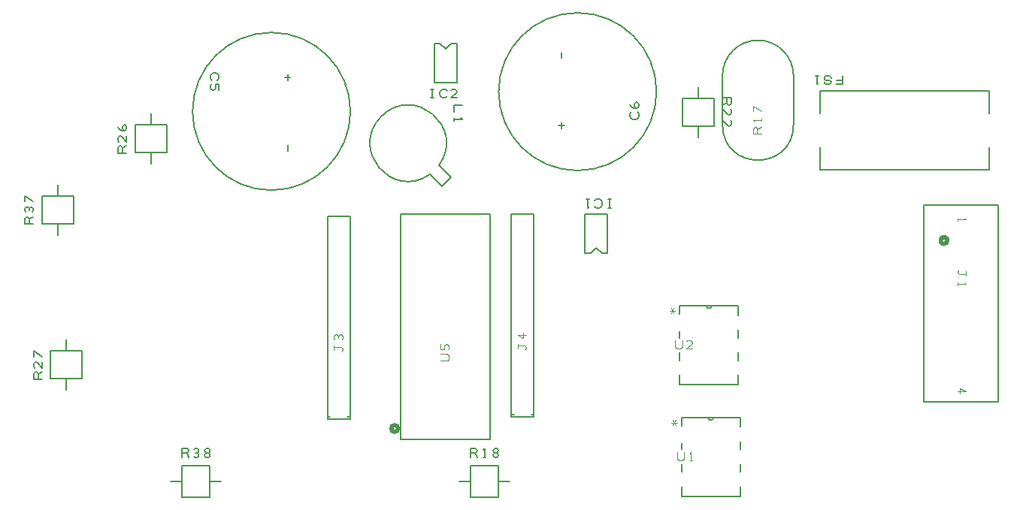
<source format=gbr>
%FSLAX35Y35*%
%MOIN*%
G04 EasyPC Gerber Version 18.0.8 Build 3632 *
%ADD80C,0.00300*%
%ADD77C,0.00500*%
%ADD79C,0.00600*%
%ADD81C,0.00800*%
%ADD78C,0.02000*%
X0Y0D02*
D02*
D77*
X5313Y143194D02*
X1563D01*
Y145382*
X1875Y146007*
X2500Y146320*
X3125Y146007*
X3437Y145382*
Y143194*
Y145382D02*
X5313Y146320D01*
X5000Y148507D02*
X5313Y149132D01*
Y149757*
X5000Y150382*
X4375Y150694*
X3750Y150382*
X3437Y149757*
Y149132*
Y149757D02*
X3125Y150382D01*
X2500Y150694*
X1875Y150382*
X1563Y149757*
Y149132*
X1875Y148507*
X5313Y153194D02*
X1563Y155694D01*
Y153194*
X9250Y74297D02*
X5500D01*
Y76484*
X5812Y77109*
X6437Y77422*
X7062Y77109*
X7374Y76484*
Y74297*
Y76484D02*
X9250Y77422D01*
Y81797D02*
Y79297D01*
X7062Y81484*
X6437Y81797*
X5812Y81484*
X5500Y80859*
Y79922*
X5812Y79297*
X9250Y84297D02*
X5500Y86797D01*
Y84297*
X46651Y174691D02*
X42901D01*
Y176878*
X43213Y177503*
X43839Y177816*
X44463Y177503*
X44776Y176878*
Y174691*
Y176878D02*
X46651Y177816D01*
Y182191D02*
Y179691D01*
X44463Y181878*
X43839Y182191*
X43213Y181878*
X42901Y181253*
Y180316*
X43213Y179691*
X45713Y184691D02*
X45089Y185003D01*
X44776Y185628*
Y186253*
X45089Y186878*
X45713Y187191*
X46339Y186878*
X46651Y186253*
Y185628*
X46339Y185003*
X45713Y184691*
X44776*
X43839Y185003*
X43213Y185628*
X42901Y186253*
X71163Y39691D02*
Y43441D01*
X73350*
X73976Y43129*
X74288Y42504*
X73976Y41879*
X73350Y41567*
X71163*
X73350D02*
X74288Y39691D01*
X76476Y40004D02*
X77100Y39691D01*
X77726*
X78350Y40004*
X78663Y40629*
X78350Y41254*
X77726Y41567*
X77100*
X77726D02*
X78350Y41879D01*
X78663Y42504*
X78350Y43129*
X77726Y43441*
X77100*
X76476Y43129*
X82100Y41567D02*
X82726D01*
X83350Y41879*
X83663Y42504*
X83350Y43129*
X82726Y43441*
X82100*
X81476Y43129*
X81163Y42504*
X81476Y41879*
X82100Y41567*
X81476Y41254*
X81163Y40629*
X81476Y40004*
X82100Y39691*
X82726*
X83350Y40004*
X83663Y40629*
X83350Y41254*
X82726Y41567*
X84458Y206999D02*
X84146Y207311D01*
X83833Y207937*
Y208874*
X84146Y209499*
X84458Y209811*
X85083Y210124*
X86333*
X86958Y209811*
X87271Y209499*
X87583Y208874*
Y207937*
X87271Y207311*
X86958Y206999*
X84146Y205124D02*
X83833Y204499D01*
Y203561*
X84146Y202937*
X84771Y202624*
X85083*
X85708Y202937*
X86021Y203561*
Y205124*
X87583*
Y202624*
X118083Y178124D02*
Y175624D01*
Y209374D02*
Y206874D01*
X116833Y208124D02*
X119333D01*
X145896Y193124D02*
G75*
G03X75896I-35000D01*
G01*
G75*
G03X145896I35000*
G01*
X181538Y199160D02*
X182788D01*
X182163D02*
Y202910D01*
X181538D02*
X182788D01*
X188726Y199785D02*
X188413Y199472D01*
X187788Y199160*
X186850*
X186226Y199472*
X185913Y199785*
X185600Y200410*
Y201660*
X185913Y202285*
X186226Y202598*
X186850Y202910*
X187788*
X188413Y202598*
X188726Y202285*
X193100Y199160D02*
X190600D01*
X192788Y201348*
X193100Y201972*
X192788Y202598*
X192163Y202910*
X191226*
X190600Y202598*
X183100Y205722D02*
Y223222D01*
X185600*
X188100Y220722*
X190600Y223222*
X193100*
Y205722*
X183100*
X185322Y169330D02*
G75*
G03X181186Y165194I-13797J9661D01*
G01*
X186489Y159891*
X190626Y164026*
X185322Y169330*
X195556Y195833D02*
X191806D01*
Y192707*
Y190207D02*
Y188957D01*
Y189583D02*
X195556D01*
X194931Y190207*
X199116Y39691D02*
Y43441D01*
X201303*
X201928Y43129*
X202241Y42504*
X201928Y41879*
X201303Y41567*
X199116*
X201303D02*
X202241Y39691D01*
X204741D02*
X205991D01*
X205366D02*
Y43441D01*
X204741Y42817*
X210053Y41567D02*
X210678D01*
X211303Y41879*
X211616Y42504*
X211303Y43129*
X210678Y43441*
X210053*
X209428Y43129*
X209116Y42504*
X209428Y41879*
X210053Y41567*
X209428Y41254*
X209116Y40629*
X209428Y40004*
X210053Y39691*
X210678*
X211303Y40004*
X211616Y40629*
X211303Y41254*
X210678Y41567*
X211644Y201864D02*
G75*
G03X281644I35000D01*
G01*
G75*
G03X211644I-35000*
G01*
X239456Y185614D02*
Y188114D01*
X240706Y186864D02*
X238206D01*
X239456Y216864D02*
Y219364D01*
X259951Y147533D02*
Y130033D01*
X257451*
X254951Y132533*
X252451Y130033*
X249951*
Y147533*
X259951*
X261513Y154096D02*
X260263D01*
X260888D02*
Y150346D01*
X261513D02*
X260263D01*
X254326Y153471D02*
X254638Y153783D01*
X255263Y154096*
X256201*
X256826Y153783*
X257138Y153471*
X257451Y152846*
Y151596*
X257138Y150971*
X256826Y150658*
X256201Y150346*
X255263*
X254638Y150658*
X254326Y150971*
X251826Y154096D02*
X250576D01*
X251201D02*
Y150346D01*
X251826Y150971*
X273081Y192745D02*
X273394Y192433D01*
X273706Y191807*
Y190870*
X273394Y190245*
X273081Y189933*
X272456Y189620*
X271206*
X270581Y189933*
X270269Y190245*
X269956Y190870*
Y191807*
X270269Y192433*
X270581Y192745*
X272769Y194620D02*
X272144Y194933D01*
X271831Y195557*
Y196183*
X272144Y196807*
X272769Y197120*
X273394Y196807*
X273706Y196183*
Y195557*
X273394Y194933*
X272769Y194620*
X271831*
X270894Y194933*
X270269Y195557*
X269956Y196183*
X310967Y199038D02*
X314717D01*
Y196850*
X314405Y196225*
X313780Y195913*
X313155Y196225*
X312842Y196850*
Y199038*
Y196850D02*
X310967Y195913D01*
Y191538D02*
Y194038D01*
X313155Y191850*
X313780Y191538*
X314405Y191850*
X314717Y192475*
Y193413*
X314405Y194038*
X310967Y186538D02*
Y189038D01*
X313155Y186850*
X313780Y186538*
X314405Y186850*
X314717Y187475*
Y188413*
X314405Y189038*
X364144Y208880D02*
Y205130D01*
X361019*
X361644Y207004D02*
X364144D01*
X359144Y207942D02*
X358831Y208567D01*
X358206Y208880*
X356956*
X356331Y208567*
X356019Y207942*
X356331Y207317*
X356956Y207004*
X358206*
X358831Y206692*
X359144Y206067*
X358831Y205442*
X358206Y205130*
X356956*
X356331Y205442*
X356019Y206067*
X353519Y208880D02*
X352269D01*
X352894D02*
Y205130D01*
X353519Y205754*
X429144Y177317D02*
Y167317D01*
X354144*
Y177317*
X429144Y192317D02*
Y202317D01*
X354144*
Y192317*
D02*
D78*
X165522Y53876D02*
G75*
G03Y50876J-1500D01*
G01*
G75*
G03Y53876J1500*
G01*
X410636Y135972D02*
G75*
G03X409144Y134317I-1492J-155D01*
G01*
G75*
G03X410636Y135662J1500*
G01*
D02*
D79*
X144663Y57589D02*
X145817D01*
Y56589*
X135817*
Y57589*
X136971*
X145817Y56589D02*
Y146589D01*
X135817*
Y56589*
X207722Y47376D02*
Y147376D01*
X168322*
Y47376*
X207722*
X226159Y58376D02*
X227313D01*
Y57376*
X217313*
Y58376*
X218467*
X227313Y57376D02*
Y147376D01*
X217313*
Y57376*
X291951Y86082D02*
Y82685D01*
Y95524D02*
Y92685D01*
X292738Y36476D02*
Y33079D01*
Y45918D02*
Y43079D01*
X303751Y106884D02*
G75*
G03X306151I1200D01*
G01*
X304538Y57278D02*
G75*
G03X306938I1200D01*
G01*
X317951Y76082D02*
Y71884D01*
X291951*
Y76082*
X317951Y82685D02*
Y86082D01*
Y92685D02*
Y96082D01*
Y102685D02*
Y106884D01*
X291951*
Y103244*
X318738Y26476D02*
Y22278D01*
X292738*
Y26476*
X318738Y33079D02*
Y36476D01*
Y43079D02*
Y46476D01*
Y53079D02*
Y57278D01*
X292738*
Y53637*
X342392Y187233D02*
Y208937D01*
G75*
G03X326644Y224685I-15748*
G01*
G75*
G03X310896Y208937J-15748*
G01*
Y187233*
G75*
G03X342392I15748*
G01*
X400194Y151417D02*
Y64217D01*
X433094*
Y151417*
X400194*
D02*
D80*
X141754Y86589D02*
X142067Y86901D01*
X142380Y87526*
X142067Y88151*
X141754Y88464*
X138630*
Y89089*
Y88464D02*
Y87214D01*
X142067Y91901D02*
X142380Y92526D01*
Y93151*
X142067Y93776*
X141442Y94089*
X140817Y93776*
X140504Y93151*
Y92526*
Y93151D02*
X140192Y93776D01*
X139567Y94089*
X138942Y93776*
X138630Y93151*
Y92526*
X138942Y91901*
X185834Y82376D02*
X188646D01*
X189272Y82689*
X189584Y83313*
Y84563*
X189272Y85189*
X188646Y85501*
X185834*
X189272Y87376D02*
X189584Y88001D01*
Y88939*
X189272Y89563*
X188646Y89876*
X188334*
X187709Y89563*
X187396Y88939*
Y87376*
X185834*
Y89876*
X223250Y87376D02*
X223563Y87689D01*
X223876Y88313*
X223563Y88939*
X223250Y89251*
X220126*
Y89876*
Y89251D02*
Y88001D01*
X223876Y93939D02*
X220126D01*
X222626Y92376*
Y94876*
X287451Y104621D02*
X289951D01*
X288076Y103371D02*
X289326Y105871D01*
X288076D02*
X289326Y103371D01*
X288238Y55015D02*
X290738D01*
X288863Y53765D02*
X290113Y56265D01*
X288863D02*
X290113Y53765D01*
X289951Y91571D02*
Y88759D01*
X290263Y88134*
X290888Y87821*
X292138*
X292763Y88134*
X293076Y88759*
Y91571*
X297451Y87821D02*
X294951D01*
X297138Y90009*
X297451Y90634*
X297138Y91259*
X296513Y91571*
X295576*
X294951Y91259*
X290738Y41965D02*
Y39153D01*
X291051Y38528*
X291676Y38215*
X292926*
X293551Y38528*
X293863Y39153*
Y41965*
X296363Y38215D02*
X297613D01*
X296988D02*
Y41965D01*
X296363Y41340*
X328206Y183085D02*
X324456D01*
Y185272*
X324769Y185897*
X325394Y186210*
X326019Y185897*
X326331Y185272*
Y183085*
Y185272D02*
X328206Y186210D01*
Y188710D02*
Y189960D01*
Y189335D02*
X324456D01*
X325081Y188710*
X328206Y193085D02*
X324456Y195585D01*
Y193085*
X415081Y68754D02*
X418831D01*
X416331Y70317*
Y67817*
X415081Y68754D02*
X418831D01*
X416331Y70317*
Y67817*
X415706Y122817D02*
X415394Y122504D01*
X415081Y121880*
X415394Y121254*
X415706Y120942*
X418831*
Y120317*
Y120942D02*
Y122192D01*
X415081Y117192D02*
Y115942D01*
Y116567D02*
X418831D01*
X418206Y117192*
X415081Y145692D02*
Y144442D01*
Y145067D02*
X418831D01*
X418206Y145692*
X415081D02*
Y144442D01*
Y145067D02*
X418831D01*
X418206Y145692*
D02*
D81*
X16014Y143321D02*
Y138321D01*
Y160604D02*
Y155604D01*
X19951Y74423D02*
Y69423D01*
Y91707D02*
Y86707D01*
X23014Y143321D02*
Y155683D01*
X9014*
Y143321*
X23014*
X26951Y74423D02*
Y86785D01*
X12951*
Y74423*
X26951*
X57352Y174817D02*
Y169817D01*
Y192100D02*
Y187100D01*
X64352Y174817D02*
Y187179D01*
X50352*
Y174817*
X64352*
X71289Y21990D02*
X83652D01*
Y35990*
X71289*
Y21990*
Y28990D02*
X66289D01*
X88573D02*
X83573D01*
X199242Y21990D02*
X211604D01*
Y35990*
X199242*
Y21990*
Y28990D02*
X194242D01*
X216526D02*
X211526D01*
X293266Y198911D02*
Y186549D01*
X307266*
Y198911*
X293266*
X300266Y181628D02*
Y186628D01*
Y198911D02*
Y203911D01*
X0Y0D02*
M02*

</source>
